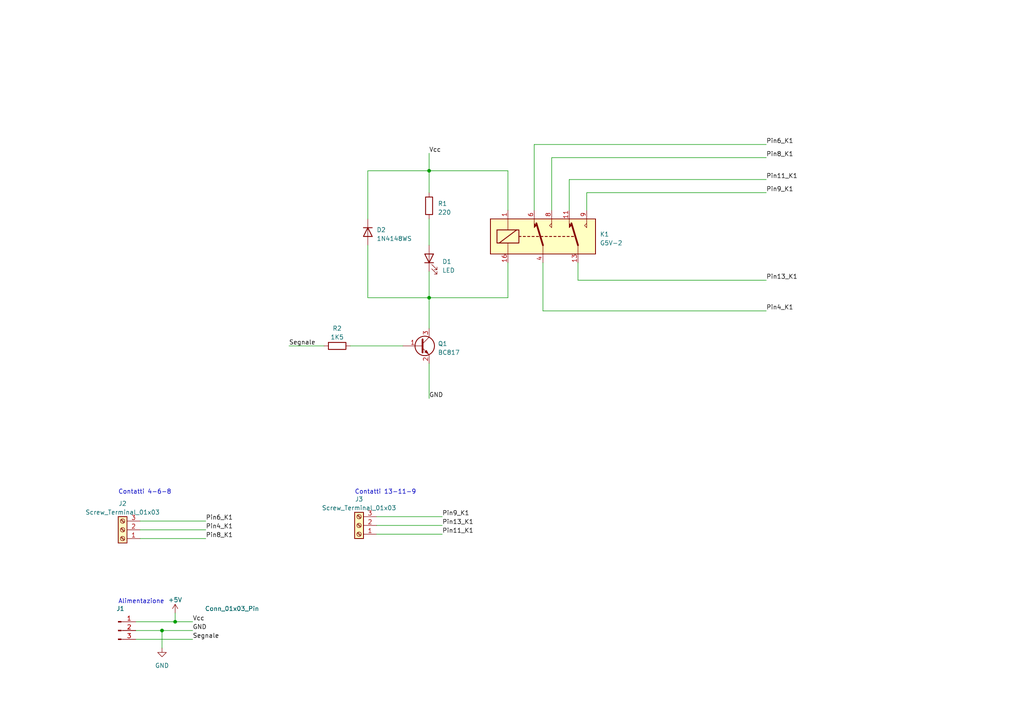
<source format=kicad_sch>
(kicad_sch (version 20230121) (generator eeschema)

  (uuid 865a8c24-c093-43b2-b260-742ee76c2879)

  (paper "A4")

  (title_block
    (title "Interfaccia smd")
    (rev "1.0")
  )

  (lib_symbols
    (symbol "Connector:Conn_01x03_Pin" (pin_names (offset 1.016) hide) (in_bom yes) (on_board yes)
      (property "Reference" "J" (at 0 5.08 0)
        (effects (font (size 1.27 1.27)))
      )
      (property "Value" "Conn_01x03_Pin" (at 0 -5.08 0)
        (effects (font (size 1.27 1.27)))
      )
      (property "Footprint" "" (at 0 0 0)
        (effects (font (size 1.27 1.27)) hide)
      )
      (property "Datasheet" "~" (at 0 0 0)
        (effects (font (size 1.27 1.27)) hide)
      )
      (property "ki_locked" "" (at 0 0 0)
        (effects (font (size 1.27 1.27)))
      )
      (property "ki_keywords" "connector" (at 0 0 0)
        (effects (font (size 1.27 1.27)) hide)
      )
      (property "ki_description" "Generic connector, single row, 01x03, script generated" (at 0 0 0)
        (effects (font (size 1.27 1.27)) hide)
      )
      (property "ki_fp_filters" "Connector*:*_1x??_*" (at 0 0 0)
        (effects (font (size 1.27 1.27)) hide)
      )
      (symbol "Conn_01x03_Pin_1_1"
        (polyline
          (pts
            (xy 1.27 -2.54)
            (xy 0.8636 -2.54)
          )
          (stroke (width 0.1524) (type default))
          (fill (type none))
        )
        (polyline
          (pts
            (xy 1.27 0)
            (xy 0.8636 0)
          )
          (stroke (width 0.1524) (type default))
          (fill (type none))
        )
        (polyline
          (pts
            (xy 1.27 2.54)
            (xy 0.8636 2.54)
          )
          (stroke (width 0.1524) (type default))
          (fill (type none))
        )
        (rectangle (start 0.8636 -2.413) (end 0 -2.667)
          (stroke (width 0.1524) (type default))
          (fill (type outline))
        )
        (rectangle (start 0.8636 0.127) (end 0 -0.127)
          (stroke (width 0.1524) (type default))
          (fill (type outline))
        )
        (rectangle (start 0.8636 2.667) (end 0 2.413)
          (stroke (width 0.1524) (type default))
          (fill (type outline))
        )
        (pin passive line (at 5.08 2.54 180) (length 3.81)
          (name "Pin_1" (effects (font (size 1.27 1.27))))
          (number "1" (effects (font (size 1.27 1.27))))
        )
        (pin passive line (at 5.08 0 180) (length 3.81)
          (name "Pin_2" (effects (font (size 1.27 1.27))))
          (number "2" (effects (font (size 1.27 1.27))))
        )
        (pin passive line (at 5.08 -2.54 180) (length 3.81)
          (name "Pin_3" (effects (font (size 1.27 1.27))))
          (number "3" (effects (font (size 1.27 1.27))))
        )
      )
    )
    (symbol "Connector:Screw_Terminal_01x03" (pin_names (offset 1.016) hide) (in_bom yes) (on_board yes)
      (property "Reference" "J" (at 0 5.08 0)
        (effects (font (size 1.27 1.27)))
      )
      (property "Value" "Screw_Terminal_01x03" (at 0 -5.08 0)
        (effects (font (size 1.27 1.27)))
      )
      (property "Footprint" "" (at 0 0 0)
        (effects (font (size 1.27 1.27)) hide)
      )
      (property "Datasheet" "~" (at 0 0 0)
        (effects (font (size 1.27 1.27)) hide)
      )
      (property "ki_keywords" "screw terminal" (at 0 0 0)
        (effects (font (size 1.27 1.27)) hide)
      )
      (property "ki_description" "Generic screw terminal, single row, 01x03, script generated (kicad-library-utils/schlib/autogen/connector/)" (at 0 0 0)
        (effects (font (size 1.27 1.27)) hide)
      )
      (property "ki_fp_filters" "TerminalBlock*:*" (at 0 0 0)
        (effects (font (size 1.27 1.27)) hide)
      )
      (symbol "Screw_Terminal_01x03_1_1"
        (rectangle (start -1.27 3.81) (end 1.27 -3.81)
          (stroke (width 0.254) (type default))
          (fill (type background))
        )
        (circle (center 0 -2.54) (radius 0.635)
          (stroke (width 0.1524) (type default))
          (fill (type none))
        )
        (polyline
          (pts
            (xy -0.5334 -2.2098)
            (xy 0.3302 -3.048)
          )
          (stroke (width 0.1524) (type default))
          (fill (type none))
        )
        (polyline
          (pts
            (xy -0.5334 0.3302)
            (xy 0.3302 -0.508)
          )
          (stroke (width 0.1524) (type default))
          (fill (type none))
        )
        (polyline
          (pts
            (xy -0.5334 2.8702)
            (xy 0.3302 2.032)
          )
          (stroke (width 0.1524) (type default))
          (fill (type none))
        )
        (polyline
          (pts
            (xy -0.3556 -2.032)
            (xy 0.508 -2.8702)
          )
          (stroke (width 0.1524) (type default))
          (fill (type none))
        )
        (polyline
          (pts
            (xy -0.3556 0.508)
            (xy 0.508 -0.3302)
          )
          (stroke (width 0.1524) (type default))
          (fill (type none))
        )
        (polyline
          (pts
            (xy -0.3556 3.048)
            (xy 0.508 2.2098)
          )
          (stroke (width 0.1524) (type default))
          (fill (type none))
        )
        (circle (center 0 0) (radius 0.635)
          (stroke (width 0.1524) (type default))
          (fill (type none))
        )
        (circle (center 0 2.54) (radius 0.635)
          (stroke (width 0.1524) (type default))
          (fill (type none))
        )
        (pin passive line (at -5.08 2.54 0) (length 3.81)
          (name "Pin_1" (effects (font (size 1.27 1.27))))
          (number "1" (effects (font (size 1.27 1.27))))
        )
        (pin passive line (at -5.08 0 0) (length 3.81)
          (name "Pin_2" (effects (font (size 1.27 1.27))))
          (number "2" (effects (font (size 1.27 1.27))))
        )
        (pin passive line (at -5.08 -2.54 0) (length 3.81)
          (name "Pin_3" (effects (font (size 1.27 1.27))))
          (number "3" (effects (font (size 1.27 1.27))))
        )
      )
    )
    (symbol "Device:LED" (pin_numbers hide) (pin_names (offset 1.016) hide) (in_bom yes) (on_board yes)
      (property "Reference" "D" (at 0 2.54 0)
        (effects (font (size 1.27 1.27)))
      )
      (property "Value" "LED" (at 0 -2.54 0)
        (effects (font (size 1.27 1.27)))
      )
      (property "Footprint" "" (at 0 0 0)
        (effects (font (size 1.27 1.27)) hide)
      )
      (property "Datasheet" "~" (at 0 0 0)
        (effects (font (size 1.27 1.27)) hide)
      )
      (property "ki_keywords" "LED diode" (at 0 0 0)
        (effects (font (size 1.27 1.27)) hide)
      )
      (property "ki_description" "Light emitting diode" (at 0 0 0)
        (effects (font (size 1.27 1.27)) hide)
      )
      (property "ki_fp_filters" "LED* LED_SMD:* LED_THT:*" (at 0 0 0)
        (effects (font (size 1.27 1.27)) hide)
      )
      (symbol "LED_0_1"
        (polyline
          (pts
            (xy -1.27 -1.27)
            (xy -1.27 1.27)
          )
          (stroke (width 0.254) (type default))
          (fill (type none))
        )
        (polyline
          (pts
            (xy -1.27 0)
            (xy 1.27 0)
          )
          (stroke (width 0) (type default))
          (fill (type none))
        )
        (polyline
          (pts
            (xy 1.27 -1.27)
            (xy 1.27 1.27)
            (xy -1.27 0)
            (xy 1.27 -1.27)
          )
          (stroke (width 0.254) (type default))
          (fill (type none))
        )
        (polyline
          (pts
            (xy -3.048 -0.762)
            (xy -4.572 -2.286)
            (xy -3.81 -2.286)
            (xy -4.572 -2.286)
            (xy -4.572 -1.524)
          )
          (stroke (width 0) (type default))
          (fill (type none))
        )
        (polyline
          (pts
            (xy -1.778 -0.762)
            (xy -3.302 -2.286)
            (xy -2.54 -2.286)
            (xy -3.302 -2.286)
            (xy -3.302 -1.524)
          )
          (stroke (width 0) (type default))
          (fill (type none))
        )
      )
      (symbol "LED_1_1"
        (pin passive line (at -3.81 0 0) (length 2.54)
          (name "K" (effects (font (size 1.27 1.27))))
          (number "1" (effects (font (size 1.27 1.27))))
        )
        (pin passive line (at 3.81 0 180) (length 2.54)
          (name "A" (effects (font (size 1.27 1.27))))
          (number "2" (effects (font (size 1.27 1.27))))
        )
      )
    )
    (symbol "Device:R" (pin_numbers hide) (pin_names (offset 0)) (in_bom yes) (on_board yes)
      (property "Reference" "R" (at 2.032 0 90)
        (effects (font (size 1.27 1.27)))
      )
      (property "Value" "R" (at 0 0 90)
        (effects (font (size 1.27 1.27)))
      )
      (property "Footprint" "" (at -1.778 0 90)
        (effects (font (size 1.27 1.27)) hide)
      )
      (property "Datasheet" "~" (at 0 0 0)
        (effects (font (size 1.27 1.27)) hide)
      )
      (property "ki_keywords" "R res resistor" (at 0 0 0)
        (effects (font (size 1.27 1.27)) hide)
      )
      (property "ki_description" "Resistor" (at 0 0 0)
        (effects (font (size 1.27 1.27)) hide)
      )
      (property "ki_fp_filters" "R_*" (at 0 0 0)
        (effects (font (size 1.27 1.27)) hide)
      )
      (symbol "R_0_1"
        (rectangle (start -1.016 -2.54) (end 1.016 2.54)
          (stroke (width 0.254) (type default))
          (fill (type none))
        )
      )
      (symbol "R_1_1"
        (pin passive line (at 0 3.81 270) (length 1.27)
          (name "~" (effects (font (size 1.27 1.27))))
          (number "1" (effects (font (size 1.27 1.27))))
        )
        (pin passive line (at 0 -3.81 90) (length 1.27)
          (name "~" (effects (font (size 1.27 1.27))))
          (number "2" (effects (font (size 1.27 1.27))))
        )
      )
    )
    (symbol "Diode:1N4148WS" (pin_numbers hide) (pin_names hide) (in_bom yes) (on_board yes)
      (property "Reference" "D" (at 0 2.54 0)
        (effects (font (size 1.27 1.27)))
      )
      (property "Value" "1N4148WS" (at 0 -2.54 0)
        (effects (font (size 1.27 1.27)))
      )
      (property "Footprint" "Diode_SMD:D_SOD-323" (at 0 -4.445 0)
        (effects (font (size 1.27 1.27)) hide)
      )
      (property "Datasheet" "https://www.vishay.com/docs/85751/1n4148ws.pdf" (at 0 0 0)
        (effects (font (size 1.27 1.27)) hide)
      )
      (property "Sim.Device" "D" (at 0 0 0)
        (effects (font (size 1.27 1.27)) hide)
      )
      (property "Sim.Pins" "1=K 2=A" (at 0 0 0)
        (effects (font (size 1.27 1.27)) hide)
      )
      (property "ki_keywords" "diode" (at 0 0 0)
        (effects (font (size 1.27 1.27)) hide)
      )
      (property "ki_description" "75V 0.15A Fast switching Diode, SOD-323" (at 0 0 0)
        (effects (font (size 1.27 1.27)) hide)
      )
      (property "ki_fp_filters" "D*SOD?323*" (at 0 0 0)
        (effects (font (size 1.27 1.27)) hide)
      )
      (symbol "1N4148WS_0_1"
        (polyline
          (pts
            (xy -1.27 1.27)
            (xy -1.27 -1.27)
          )
          (stroke (width 0.254) (type default))
          (fill (type none))
        )
        (polyline
          (pts
            (xy 1.27 0)
            (xy -1.27 0)
          )
          (stroke (width 0) (type default))
          (fill (type none))
        )
        (polyline
          (pts
            (xy 1.27 1.27)
            (xy 1.27 -1.27)
            (xy -1.27 0)
            (xy 1.27 1.27)
          )
          (stroke (width 0.254) (type default))
          (fill (type none))
        )
      )
      (symbol "1N4148WS_1_1"
        (pin passive line (at -3.81 0 0) (length 2.54)
          (name "K" (effects (font (size 1.27 1.27))))
          (number "1" (effects (font (size 1.27 1.27))))
        )
        (pin passive line (at 3.81 0 180) (length 2.54)
          (name "A" (effects (font (size 1.27 1.27))))
          (number "2" (effects (font (size 1.27 1.27))))
        )
      )
    )
    (symbol "Relay:G5V-2" (in_bom yes) (on_board yes)
      (property "Reference" "K" (at 16.51 3.81 0)
        (effects (font (size 1.27 1.27)) (justify left))
      )
      (property "Value" "G5V-2" (at 16.51 1.27 0)
        (effects (font (size 1.27 1.27)) (justify left))
      )
      (property "Footprint" "Relay_THT:Relay_DPDT_Omron_G5V-2" (at 16.51 -1.27 0)
        (effects (font (size 1.27 1.27)) (justify left) hide)
      )
      (property "Datasheet" "http://omronfs.omron.com/en_US/ecb/products/pdf/en-g5v_2.pdf" (at 0 0 0)
        (effects (font (size 1.27 1.27)) hide)
      )
      (property "ki_keywords" "Miniature Relay Dual Pole DPDT Omron" (at 0 0 0)
        (effects (font (size 1.27 1.27)) hide)
      )
      (property "ki_description" "Relay Miniature Omron DPDT" (at 0 0 0)
        (effects (font (size 1.27 1.27)) hide)
      )
      (property "ki_fp_filters" "Relay*DPDT*Omron*G5V*" (at 0 0 0)
        (effects (font (size 1.27 1.27)) hide)
      )
      (symbol "G5V-2_0_1"
        (rectangle (start -15.24 5.08) (end 15.24 -5.08)
          (stroke (width 0.254) (type default))
          (fill (type background))
        )
        (rectangle (start -13.335 1.905) (end -6.985 -1.905)
          (stroke (width 0.254) (type default))
          (fill (type none))
        )
        (polyline
          (pts
            (xy -12.7 -1.905)
            (xy -7.62 1.905)
          )
          (stroke (width 0.254) (type default))
          (fill (type none))
        )
        (polyline
          (pts
            (xy -10.16 -5.08)
            (xy -10.16 -1.905)
          )
          (stroke (width 0) (type default))
          (fill (type none))
        )
        (polyline
          (pts
            (xy -10.16 5.08)
            (xy -10.16 1.905)
          )
          (stroke (width 0) (type default))
          (fill (type none))
        )
        (polyline
          (pts
            (xy -6.985 0)
            (xy -6.35 0)
          )
          (stroke (width 0.254) (type default))
          (fill (type none))
        )
        (polyline
          (pts
            (xy -5.715 0)
            (xy -5.08 0)
          )
          (stroke (width 0.254) (type default))
          (fill (type none))
        )
        (polyline
          (pts
            (xy -4.445 0)
            (xy -3.81 0)
          )
          (stroke (width 0.254) (type default))
          (fill (type none))
        )
        (polyline
          (pts
            (xy -3.175 0)
            (xy -2.54 0)
          )
          (stroke (width 0.254) (type default))
          (fill (type none))
        )
        (polyline
          (pts
            (xy -1.905 0)
            (xy -1.27 0)
          )
          (stroke (width 0.254) (type default))
          (fill (type none))
        )
        (polyline
          (pts
            (xy -0.635 0)
            (xy 0 0)
          )
          (stroke (width 0.254) (type default))
          (fill (type none))
        )
        (polyline
          (pts
            (xy 0 -2.54)
            (xy -1.905 3.81)
          )
          (stroke (width 0.508) (type default))
          (fill (type none))
        )
        (polyline
          (pts
            (xy 0 -2.54)
            (xy 0 -5.08)
          )
          (stroke (width 0) (type default))
          (fill (type none))
        )
        (polyline
          (pts
            (xy 0.635 0)
            (xy 1.27 0)
          )
          (stroke (width 0.254) (type default))
          (fill (type none))
        )
        (polyline
          (pts
            (xy 1.905 0)
            (xy 2.54 0)
          )
          (stroke (width 0.254) (type default))
          (fill (type none))
        )
        (polyline
          (pts
            (xy 3.175 0)
            (xy 3.81 0)
          )
          (stroke (width 0.254) (type default))
          (fill (type none))
        )
        (polyline
          (pts
            (xy 4.445 0)
            (xy 5.08 0)
          )
          (stroke (width 0.254) (type default))
          (fill (type none))
        )
        (polyline
          (pts
            (xy 5.715 0)
            (xy 6.35 0)
          )
          (stroke (width 0.254) (type default))
          (fill (type none))
        )
        (polyline
          (pts
            (xy 6.985 0)
            (xy 7.62 0)
          )
          (stroke (width 0.254) (type default))
          (fill (type none))
        )
        (polyline
          (pts
            (xy 8.255 0)
            (xy 8.89 0)
          )
          (stroke (width 0.254) (type default))
          (fill (type none))
        )
        (polyline
          (pts
            (xy 10.16 -2.54)
            (xy 8.255 3.81)
          )
          (stroke (width 0.508) (type default))
          (fill (type none))
        )
        (polyline
          (pts
            (xy 10.16 -2.54)
            (xy 10.16 -5.08)
          )
          (stroke (width 0) (type default))
          (fill (type none))
        )
        (polyline
          (pts
            (xy -2.54 5.08)
            (xy -2.54 2.54)
            (xy -1.905 3.175)
            (xy -2.54 3.81)
          )
          (stroke (width 0) (type default))
          (fill (type outline))
        )
        (polyline
          (pts
            (xy 2.54 5.08)
            (xy 2.54 2.54)
            (xy 1.905 3.175)
            (xy 2.54 3.81)
          )
          (stroke (width 0) (type default))
          (fill (type none))
        )
        (polyline
          (pts
            (xy 7.62 5.08)
            (xy 7.62 2.54)
            (xy 8.255 3.175)
            (xy 7.62 3.81)
          )
          (stroke (width 0) (type default))
          (fill (type outline))
        )
        (polyline
          (pts
            (xy 12.7 5.08)
            (xy 12.7 2.54)
            (xy 12.065 3.175)
            (xy 12.7 3.81)
          )
          (stroke (width 0) (type default))
          (fill (type none))
        )
      )
      (symbol "G5V-2_1_1"
        (pin passive line (at -10.16 7.62 270) (length 2.54)
          (name "~" (effects (font (size 1.27 1.27))))
          (number "1" (effects (font (size 1.27 1.27))))
        )
        (pin passive line (at 7.62 7.62 270) (length 2.54)
          (name "~" (effects (font (size 1.27 1.27))))
          (number "11" (effects (font (size 1.27 1.27))))
        )
        (pin passive line (at 10.16 -7.62 90) (length 2.54)
          (name "~" (effects (font (size 1.27 1.27))))
          (number "13" (effects (font (size 1.27 1.27))))
        )
        (pin passive line (at -10.16 -7.62 90) (length 2.54)
          (name "~" (effects (font (size 1.27 1.27))))
          (number "16" (effects (font (size 1.27 1.27))))
        )
        (pin passive line (at 0 -7.62 90) (length 2.54)
          (name "~" (effects (font (size 1.27 1.27))))
          (number "4" (effects (font (size 1.27 1.27))))
        )
        (pin passive line (at -2.54 7.62 270) (length 2.54)
          (name "~" (effects (font (size 1.27 1.27))))
          (number "6" (effects (font (size 1.27 1.27))))
        )
        (pin passive line (at 2.54 7.62 270) (length 2.54)
          (name "~" (effects (font (size 1.27 1.27))))
          (number "8" (effects (font (size 1.27 1.27))))
        )
        (pin passive line (at 12.7 7.62 270) (length 2.54)
          (name "~" (effects (font (size 1.27 1.27))))
          (number "9" (effects (font (size 1.27 1.27))))
        )
      )
    )
    (symbol "Transistor_BJT:BC817" (pin_names (offset 0) hide) (in_bom yes) (on_board yes)
      (property "Reference" "Q" (at 5.08 1.905 0)
        (effects (font (size 1.27 1.27)) (justify left))
      )
      (property "Value" "BC817" (at 5.08 0 0)
        (effects (font (size 1.27 1.27)) (justify left))
      )
      (property "Footprint" "Package_TO_SOT_SMD:SOT-23" (at 5.08 -1.905 0)
        (effects (font (size 1.27 1.27) italic) (justify left) hide)
      )
      (property "Datasheet" "https://www.onsemi.com/pub/Collateral/BC818-D.pdf" (at 0 0 0)
        (effects (font (size 1.27 1.27)) (justify left) hide)
      )
      (property "ki_keywords" "NPN Transistor" (at 0 0 0)
        (effects (font (size 1.27 1.27)) hide)
      )
      (property "ki_description" "0.8A Ic, 45V Vce, NPN Transistor, SOT-23" (at 0 0 0)
        (effects (font (size 1.27 1.27)) hide)
      )
      (property "ki_fp_filters" "SOT?23*" (at 0 0 0)
        (effects (font (size 1.27 1.27)) hide)
      )
      (symbol "BC817_0_1"
        (polyline
          (pts
            (xy 0.635 0.635)
            (xy 2.54 2.54)
          )
          (stroke (width 0) (type default))
          (fill (type none))
        )
        (polyline
          (pts
            (xy 0.635 -0.635)
            (xy 2.54 -2.54)
            (xy 2.54 -2.54)
          )
          (stroke (width 0) (type default))
          (fill (type none))
        )
        (polyline
          (pts
            (xy 0.635 1.905)
            (xy 0.635 -1.905)
            (xy 0.635 -1.905)
          )
          (stroke (width 0.508) (type default))
          (fill (type none))
        )
        (polyline
          (pts
            (xy 1.27 -1.778)
            (xy 1.778 -1.27)
            (xy 2.286 -2.286)
            (xy 1.27 -1.778)
            (xy 1.27 -1.778)
          )
          (stroke (width 0) (type default))
          (fill (type outline))
        )
        (circle (center 1.27 0) (radius 2.8194)
          (stroke (width 0.254) (type default))
          (fill (type none))
        )
      )
      (symbol "BC817_1_1"
        (pin input line (at -5.08 0 0) (length 5.715)
          (name "B" (effects (font (size 1.27 1.27))))
          (number "1" (effects (font (size 1.27 1.27))))
        )
        (pin passive line (at 2.54 -5.08 90) (length 2.54)
          (name "E" (effects (font (size 1.27 1.27))))
          (number "2" (effects (font (size 1.27 1.27))))
        )
        (pin passive line (at 2.54 5.08 270) (length 2.54)
          (name "C" (effects (font (size 1.27 1.27))))
          (number "3" (effects (font (size 1.27 1.27))))
        )
      )
    )
    (symbol "power:+5V" (power) (pin_names (offset 0)) (in_bom yes) (on_board yes)
      (property "Reference" "#PWR" (at 0 -3.81 0)
        (effects (font (size 1.27 1.27)) hide)
      )
      (property "Value" "+5V" (at 0 3.556 0)
        (effects (font (size 1.27 1.27)))
      )
      (property "Footprint" "" (at 0 0 0)
        (effects (font (size 1.27 1.27)) hide)
      )
      (property "Datasheet" "" (at 0 0 0)
        (effects (font (size 1.27 1.27)) hide)
      )
      (property "ki_keywords" "global power" (at 0 0 0)
        (effects (font (size 1.27 1.27)) hide)
      )
      (property "ki_description" "Power symbol creates a global label with name \"+5V\"" (at 0 0 0)
        (effects (font (size 1.27 1.27)) hide)
      )
      (symbol "+5V_0_1"
        (polyline
          (pts
            (xy -0.762 1.27)
            (xy 0 2.54)
          )
          (stroke (width 0) (type default))
          (fill (type none))
        )
        (polyline
          (pts
            (xy 0 0)
            (xy 0 2.54)
          )
          (stroke (width 0) (type default))
          (fill (type none))
        )
        (polyline
          (pts
            (xy 0 2.54)
            (xy 0.762 1.27)
          )
          (stroke (width 0) (type default))
          (fill (type none))
        )
      )
      (symbol "+5V_1_1"
        (pin power_in line (at 0 0 90) (length 0) hide
          (name "+5V" (effects (font (size 1.27 1.27))))
          (number "1" (effects (font (size 1.27 1.27))))
        )
      )
    )
    (symbol "power:GND" (power) (pin_names (offset 0)) (in_bom yes) (on_board yes)
      (property "Reference" "#PWR" (at 0 -6.35 0)
        (effects (font (size 1.27 1.27)) hide)
      )
      (property "Value" "GND" (at 0 -3.81 0)
        (effects (font (size 1.27 1.27)))
      )
      (property "Footprint" "" (at 0 0 0)
        (effects (font (size 1.27 1.27)) hide)
      )
      (property "Datasheet" "" (at 0 0 0)
        (effects (font (size 1.27 1.27)) hide)
      )
      (property "ki_keywords" "global power" (at 0 0 0)
        (effects (font (size 1.27 1.27)) hide)
      )
      (property "ki_description" "Power symbol creates a global label with name \"GND\" , ground" (at 0 0 0)
        (effects (font (size 1.27 1.27)) hide)
      )
      (symbol "GND_0_1"
        (polyline
          (pts
            (xy 0 0)
            (xy 0 -1.27)
            (xy 1.27 -1.27)
            (xy 0 -2.54)
            (xy -1.27 -1.27)
            (xy 0 -1.27)
          )
          (stroke (width 0) (type default))
          (fill (type none))
        )
      )
      (symbol "GND_1_1"
        (pin power_in line (at 0 0 270) (length 0) hide
          (name "GND" (effects (font (size 1.27 1.27))))
          (number "1" (effects (font (size 1.27 1.27))))
        )
      )
    )
  )


  (junction (at 124.46 86.36) (diameter 0) (color 0 0 0 0)
    (uuid 77db5b46-a60b-487e-99eb-d911081a26d9)
  )
  (junction (at 124.46 49.53) (diameter 0) (color 0 0 0 0)
    (uuid 88f0018a-760f-47ae-871d-a523f9a6fbf4)
  )
  (junction (at 50.8 180.34) (diameter 0) (color 0 0 0 0)
    (uuid a56d6029-508d-4d3f-bc27-7cee47d50f55)
  )
  (junction (at 46.99 182.88) (diameter 0) (color 0 0 0 0)
    (uuid d8854737-dd71-493e-bd44-dcceac935af4)
  )

  (wire (pts (xy 154.94 60.96) (xy 154.94 41.91))
    (stroke (width 0) (type default))
    (uuid 050cf60a-2638-41b8-8199-557fe5e54cd7)
  )
  (wire (pts (xy 39.37 185.42) (xy 55.88 185.42))
    (stroke (width 0) (type default))
    (uuid 05a312fb-65f8-4cc8-ac2c-e7a1e93ef034)
  )
  (wire (pts (xy 124.46 63.5) (xy 124.46 71.12))
    (stroke (width 0) (type default))
    (uuid 05aceaae-eeea-4e7a-bc2a-567f5752c38a)
  )
  (wire (pts (xy 124.46 78.74) (xy 124.46 86.36))
    (stroke (width 0) (type default))
    (uuid 08c7d0b7-f6cc-4500-8ba7-c7d1e380f711)
  )
  (wire (pts (xy 40.64 156.21) (xy 59.69 156.21))
    (stroke (width 0) (type default))
    (uuid 0ca9926b-cee6-4499-89ef-d3ddc1f889c1)
  )
  (wire (pts (xy 147.32 49.53) (xy 124.46 49.53))
    (stroke (width 0) (type default))
    (uuid 297b8507-ee1c-4992-ab36-18c5437e1dae)
  )
  (wire (pts (xy 101.6 100.33) (xy 116.84 100.33))
    (stroke (width 0) (type default))
    (uuid 30428ce4-8582-4c0f-ba0e-0365886f6dd0)
  )
  (wire (pts (xy 109.22 154.94) (xy 128.27 154.94))
    (stroke (width 0) (type default))
    (uuid 323d5ebb-d7d8-4498-a0a5-4eb5d2719b18)
  )
  (wire (pts (xy 167.64 76.2) (xy 167.64 81.28))
    (stroke (width 0) (type default))
    (uuid 32b6bff8-c6b9-4f6e-b630-20deff87022d)
  )
  (wire (pts (xy 106.68 63.5) (xy 106.68 49.53))
    (stroke (width 0) (type default))
    (uuid 33a98b9e-1c0e-4ebd-a571-3fea386f27af)
  )
  (wire (pts (xy 124.46 86.36) (xy 124.46 95.25))
    (stroke (width 0) (type default))
    (uuid 40a42913-e332-4c28-b258-9ca99fa4e4cf)
  )
  (wire (pts (xy 157.48 76.2) (xy 157.48 90.17))
    (stroke (width 0) (type default))
    (uuid 50e49fe2-aa9f-4d05-a266-9aeafe777508)
  )
  (wire (pts (xy 40.64 153.67) (xy 59.69 153.67))
    (stroke (width 0) (type default))
    (uuid 602c2c46-b47b-4d78-95cb-7847fc56fa6c)
  )
  (wire (pts (xy 46.99 182.88) (xy 55.88 182.88))
    (stroke (width 0) (type default))
    (uuid 61acaff2-dbe4-4876-8dc4-97a9eb702c7d)
  )
  (wire (pts (xy 160.02 60.96) (xy 160.02 45.72))
    (stroke (width 0) (type default))
    (uuid 6848a874-6d4e-4f17-988e-a937955bf14d)
  )
  (wire (pts (xy 165.1 60.96) (xy 165.1 52.07))
    (stroke (width 0) (type default))
    (uuid 68959e1c-b14d-4363-9bef-dd6ec18cbb04)
  )
  (wire (pts (xy 83.82 100.33) (xy 93.98 100.33))
    (stroke (width 0) (type default))
    (uuid 68d4045d-6b5d-4fcd-b100-3bfa56feb344)
  )
  (wire (pts (xy 106.68 49.53) (xy 124.46 49.53))
    (stroke (width 0) (type default))
    (uuid 6edf9adb-c25d-4265-8bf6-14f092a3a4f3)
  )
  (wire (pts (xy 170.18 60.96) (xy 170.18 55.88))
    (stroke (width 0) (type default))
    (uuid 7a0c9763-2a99-41bb-bdfe-ffb114b47234)
  )
  (wire (pts (xy 170.18 55.88) (xy 222.25 55.88))
    (stroke (width 0) (type default))
    (uuid 845537c6-2674-46e2-835a-fad1a9b010f9)
  )
  (wire (pts (xy 106.68 71.12) (xy 106.68 86.36))
    (stroke (width 0) (type default))
    (uuid 89e79d0c-a291-4028-bde1-321e7bea1ac2)
  )
  (wire (pts (xy 124.46 105.41) (xy 124.46 115.57))
    (stroke (width 0) (type default))
    (uuid 8a8df350-2c05-4e60-90e7-b4c4ba8b2593)
  )
  (wire (pts (xy 154.94 41.91) (xy 222.25 41.91))
    (stroke (width 0) (type default))
    (uuid 977da327-2e4f-43db-a151-f31b4ccfb387)
  )
  (wire (pts (xy 39.37 182.88) (xy 46.99 182.88))
    (stroke (width 0) (type default))
    (uuid 995c78ab-7bbc-40b6-8952-022989dc97e5)
  )
  (wire (pts (xy 157.48 90.17) (xy 222.25 90.17))
    (stroke (width 0) (type default))
    (uuid 9bea12c6-cb50-41e0-8e35-209b5ac58730)
  )
  (wire (pts (xy 160.02 45.72) (xy 222.25 45.72))
    (stroke (width 0) (type default))
    (uuid a89f8e51-0831-4f34-a1c1-17a566a24577)
  )
  (wire (pts (xy 40.64 151.13) (xy 59.69 151.13))
    (stroke (width 0) (type default))
    (uuid afffd1b4-c1dd-460f-a0b1-70483c09e9c3)
  )
  (wire (pts (xy 147.32 76.2) (xy 147.32 86.36))
    (stroke (width 0) (type default))
    (uuid b19480f2-d066-4e88-9f22-1b00e3894605)
  )
  (wire (pts (xy 50.8 177.8) (xy 50.8 180.34))
    (stroke (width 0) (type default))
    (uuid b2c52bf9-84e7-4657-a44e-94d3a845aeeb)
  )
  (wire (pts (xy 109.22 152.4) (xy 128.27 152.4))
    (stroke (width 0) (type default))
    (uuid b7a76338-9cb9-489c-8e7a-e7b373303fda)
  )
  (wire (pts (xy 147.32 60.96) (xy 147.32 49.53))
    (stroke (width 0) (type default))
    (uuid bdfef988-e123-4062-9ad3-b0a1a5f36064)
  )
  (wire (pts (xy 124.46 49.53) (xy 124.46 55.88))
    (stroke (width 0) (type default))
    (uuid c1b26d4b-1468-4d14-ac51-a36665a71bea)
  )
  (wire (pts (xy 109.22 149.86) (xy 128.27 149.86))
    (stroke (width 0) (type default))
    (uuid c76f47f4-62f9-4e53-a952-41b1489204a5)
  )
  (wire (pts (xy 124.46 44.45) (xy 124.46 49.53))
    (stroke (width 0) (type default))
    (uuid cce7c738-124a-41ed-b3ee-dd681d1c0efa)
  )
  (wire (pts (xy 106.68 86.36) (xy 124.46 86.36))
    (stroke (width 0) (type default))
    (uuid d13f5dc8-1dbd-4a0d-9163-3b4759c6707c)
  )
  (wire (pts (xy 39.37 180.34) (xy 50.8 180.34))
    (stroke (width 0) (type default))
    (uuid da3ef076-8ec9-4190-9886-0ba8f6a21bbe)
  )
  (wire (pts (xy 147.32 86.36) (xy 124.46 86.36))
    (stroke (width 0) (type default))
    (uuid dd2f49bd-d237-4c7c-8432-218a56e3c7fd)
  )
  (wire (pts (xy 167.64 81.28) (xy 222.25 81.28))
    (stroke (width 0) (type default))
    (uuid e14d1ab2-4355-44b1-b1a2-88fe746d5fb6)
  )
  (wire (pts (xy 50.8 180.34) (xy 55.88 180.34))
    (stroke (width 0) (type default))
    (uuid f2512c73-4a38-4cdd-a559-4ced9fa17a51)
  )
  (wire (pts (xy 46.99 182.88) (xy 46.99 187.96))
    (stroke (width 0) (type default))
    (uuid fa294a44-585b-4f7c-997f-efb28a96fdbb)
  )
  (wire (pts (xy 165.1 52.07) (xy 222.25 52.07))
    (stroke (width 0) (type default))
    (uuid fc3ad7d9-410f-4122-bdc5-c1192d3cbb42)
  )

  (text "Contatti 13-11-9\n" (at 102.87 143.51 0)
    (effects (font (size 1.27 1.27)) (justify left bottom))
    (uuid 14e3e0fc-861d-42fc-9944-ac10001ad9c1)
  )
  (text "Contatti 4-6-8\n" (at 34.29 143.51 0)
    (effects (font (size 1.27 1.27)) (justify left bottom))
    (uuid a20d77eb-f1bc-4456-b597-348d2bfcad4b)
  )
  (text "Alimentazione" (at 34.29 175.26 0)
    (effects (font (size 1.27 1.27)) (justify left bottom))
    (uuid a90ad0e5-e83b-429e-bbfd-8cd388537a1c)
  )

  (label "Segnale" (at 83.82 100.33 0) (fields_autoplaced)
    (effects (font (size 1.27 1.27)) (justify left bottom))
    (uuid 014c7847-1a36-4510-9c78-d06ce9e605ce)
  )
  (label "Pin11_K1" (at 128.27 154.94 0) (fields_autoplaced)
    (effects (font (size 1.27 1.27)) (justify left bottom))
    (uuid 0d2bdd41-1c6b-47ca-a388-2dbe05b95e86)
  )
  (label "Pin6_K1" (at 59.69 151.13 0) (fields_autoplaced)
    (effects (font (size 1.27 1.27)) (justify left bottom))
    (uuid 323312e4-dcd5-4efa-a32a-bbd623604fd4)
  )
  (label "Pin4_K1" (at 222.25 90.17 0) (fields_autoplaced)
    (effects (font (size 1.27 1.27)) (justify left bottom))
    (uuid 341056c3-c225-49e9-8929-0e7996df2618)
  )
  (label "Pin11_K1" (at 222.25 52.07 0) (fields_autoplaced)
    (effects (font (size 1.27 1.27)) (justify left bottom))
    (uuid 3f8f0ea5-948c-4eb2-b3c5-c86f39fc0c50)
  )
  (label "Pin6_K1" (at 222.25 41.91 0) (fields_autoplaced)
    (effects (font (size 1.27 1.27)) (justify left bottom))
    (uuid 4e095cdd-12d9-4f38-b707-6a0e8ad17cc1)
  )
  (label "Pin8_K1" (at 59.69 156.21 0) (fields_autoplaced)
    (effects (font (size 1.27 1.27)) (justify left bottom))
    (uuid 6266a1d7-f15c-4480-9cce-cf3e5506d889)
  )
  (label "Pin9_K1" (at 128.27 149.86 0) (fields_autoplaced)
    (effects (font (size 1.27 1.27)) (justify left bottom))
    (uuid 682e15dd-f2de-4427-a4bb-b59f72386edd)
  )
  (label "GND" (at 55.88 182.88 0) (fields_autoplaced)
    (effects (font (size 1.27 1.27)) (justify left bottom))
    (uuid 82cd2c60-38ef-467d-9717-8b5117f92141)
  )
  (label "Pin13_K1" (at 128.27 152.4 0) (fields_autoplaced)
    (effects (font (size 1.27 1.27)) (justify left bottom))
    (uuid 87feee6e-e70c-46ea-9258-bb6fbf9609b8)
  )
  (label "GND" (at 124.46 115.57 0) (fields_autoplaced)
    (effects (font (size 1.27 1.27)) (justify left bottom))
    (uuid a323c270-2e51-450f-9bf2-d8e351d75575)
  )
  (label "Pin4_K1" (at 59.69 153.67 0) (fields_autoplaced)
    (effects (font (size 1.27 1.27)) (justify left bottom))
    (uuid aaf9f667-3c11-4c72-9e3e-3584882f2d52)
  )
  (label "Pin8_K1" (at 222.25 45.72 0) (fields_autoplaced)
    (effects (font (size 1.27 1.27)) (justify left bottom))
    (uuid b01c5e78-35f3-4695-b7f0-18d2d41e2f4b)
  )
  (label "Segnale" (at 55.88 185.42 0) (fields_autoplaced)
    (effects (font (size 1.27 1.27)) (justify left bottom))
    (uuid c1e3871b-9806-4f11-a8e3-dc6fb46ee6af)
  )
  (label "Vcc" (at 55.88 180.34 0) (fields_autoplaced)
    (effects (font (size 1.27 1.27)) (justify left bottom))
    (uuid cb2f6115-4b5f-4425-b197-3b758e32e265)
  )
  (label "Pin9_K1" (at 222.25 55.88 0) (fields_autoplaced)
    (effects (font (size 1.27 1.27)) (justify left bottom))
    (uuid cd3e3f11-19f6-4eaa-9942-a358400f94aa)
  )
  (label "Vcc" (at 124.46 44.45 0) (fields_autoplaced)
    (effects (font (size 1.27 1.27)) (justify left bottom))
    (uuid ce25390f-dc84-46a8-b4c2-f137c74c45a6)
  )
  (label "Pin13_K1" (at 222.25 81.28 0) (fields_autoplaced)
    (effects (font (size 1.27 1.27)) (justify left bottom))
    (uuid d613af85-f9c7-4614-8f2d-62472ceed86f)
  )

  (symbol (lib_id "Device:R") (at 124.46 59.69 0) (unit 1)
    (in_bom yes) (on_board yes) (dnp no) (fields_autoplaced)
    (uuid 053a41f2-f29e-43a7-bc7d-c1a4ef89d1ec)
    (property "Reference" "R1" (at 127 59.055 0)
      (effects (font (size 1.27 1.27)) (justify left))
    )
    (property "Value" "220" (at 127 61.595 0)
      (effects (font (size 1.27 1.27)) (justify left))
    )
    (property "Footprint" "Resistor_SMD:R_1206_3216Metric" (at 122.682 59.69 90)
      (effects (font (size 1.27 1.27)) hide)
    )
    (property "Datasheet" "~" (at 124.46 59.69 0)
      (effects (font (size 1.27 1.27)) hide)
    )
    (pin "1" (uuid 5cb7001e-9fa1-459a-a893-3d3cc972544d))
    (pin "2" (uuid 73c4d4c0-3bbf-42ce-921a-3a1764476d3d))
    (instances
      (project "interfaccia smd"
        (path "/865a8c24-c093-43b2-b260-742ee76c2879"
          (reference "R1") (unit 1)
        )
      )
    )
  )

  (symbol (lib_id "Connector:Screw_Terminal_01x03") (at 104.14 152.4 180) (unit 1)
    (in_bom yes) (on_board yes) (dnp no) (fields_autoplaced)
    (uuid 5aca8a3e-15c3-4bce-bba9-211cb5ce2856)
    (property "Reference" "J3" (at 104.14 144.78 0)
      (effects (font (size 1.27 1.27)))
    )
    (property "Value" "Screw_Terminal_01x03" (at 104.14 147.32 0)
      (effects (font (size 1.27 1.27)))
    )
    (property "Footprint" "TerminalBlock_Phoenix:TerminalBlock_Phoenix_PT-1,5-3-5.0-H_1x03_P5.00mm_Horizontal" (at 104.14 152.4 0)
      (effects (font (size 1.27 1.27)) hide)
    )
    (property "Datasheet" "~" (at 104.14 152.4 0)
      (effects (font (size 1.27 1.27)) hide)
    )
    (pin "1" (uuid c139141a-8bfd-43b9-8386-58c9087dff00))
    (pin "2" (uuid 8fe043d9-c76e-4794-8c32-9f27a108d88e))
    (pin "3" (uuid a2c0f9b3-cc62-4164-816d-ad33efa176ca))
    (instances
      (project "interfaccia smd"
        (path "/865a8c24-c093-43b2-b260-742ee76c2879"
          (reference "J3") (unit 1)
        )
      )
    )
  )

  (symbol (lib_id "power:+5V") (at 50.8 177.8 0) (unit 1)
    (in_bom yes) (on_board yes) (dnp no) (fields_autoplaced)
    (uuid 698d5de9-e002-4b45-9a67-77c6c2d792ba)
    (property "Reference" "#PWR01" (at 50.8 181.61 0)
      (effects (font (size 1.27 1.27)) hide)
    )
    (property "Value" "+5V" (at 50.8 173.99 0)
      (effects (font (size 1.27 1.27)))
    )
    (property "Footprint" "" (at 50.8 177.8 0)
      (effects (font (size 1.27 1.27)) hide)
    )
    (property "Datasheet" "" (at 50.8 177.8 0)
      (effects (font (size 1.27 1.27)) hide)
    )
    (pin "1" (uuid 708ccd37-ee60-4668-9069-e2d67328dda0))
    (instances
      (project "interfaccia smd"
        (path "/865a8c24-c093-43b2-b260-742ee76c2879"
          (reference "#PWR01") (unit 1)
        )
      )
    )
  )

  (symbol (lib_id "power:GND") (at 46.99 187.96 0) (unit 1)
    (in_bom yes) (on_board yes) (dnp no) (fields_autoplaced)
    (uuid 7abc13f6-64b3-402d-977e-61187d04ea5f)
    (property "Reference" "#PWR02" (at 46.99 194.31 0)
      (effects (font (size 1.27 1.27)) hide)
    )
    (property "Value" "GND" (at 46.99 193.04 0)
      (effects (font (size 1.27 1.27)))
    )
    (property "Footprint" "" (at 46.99 187.96 0)
      (effects (font (size 1.27 1.27)) hide)
    )
    (property "Datasheet" "" (at 46.99 187.96 0)
      (effects (font (size 1.27 1.27)) hide)
    )
    (pin "1" (uuid 9604d939-cdaf-41ed-86a1-ec7ccbf235d9))
    (instances
      (project "interfaccia smd"
        (path "/865a8c24-c093-43b2-b260-742ee76c2879"
          (reference "#PWR02") (unit 1)
        )
      )
    )
  )

  (symbol (lib_id "Connector:Screw_Terminal_01x03") (at 35.56 153.67 180) (unit 1)
    (in_bom yes) (on_board yes) (dnp no) (fields_autoplaced)
    (uuid a67f126d-af23-49a2-b170-08c080b6f859)
    (property "Reference" "J2" (at 35.56 146.05 0)
      (effects (font (size 1.27 1.27)))
    )
    (property "Value" "Screw_Terminal_01x03" (at 35.56 148.59 0)
      (effects (font (size 1.27 1.27)))
    )
    (property "Footprint" "TerminalBlock_Phoenix:TerminalBlock_Phoenix_PT-1,5-3-5.0-H_1x03_P5.00mm_Horizontal" (at 35.56 153.67 0)
      (effects (font (size 1.27 1.27)) hide)
    )
    (property "Datasheet" "~" (at 35.56 153.67 0)
      (effects (font (size 1.27 1.27)) hide)
    )
    (pin "1" (uuid dccb9e8f-f500-4260-9987-ca718019f7c4))
    (pin "2" (uuid f860ebb2-ad3d-4422-98ea-373d3d223edb))
    (pin "3" (uuid 5298d4ba-81fd-4ac9-8f58-a2789947549e))
    (instances
      (project "interfaccia smd"
        (path "/865a8c24-c093-43b2-b260-742ee76c2879"
          (reference "J2") (unit 1)
        )
      )
    )
  )

  (symbol (lib_id "Relay:G5V-2") (at 157.48 68.58 0) (unit 1)
    (in_bom yes) (on_board yes) (dnp no) (fields_autoplaced)
    (uuid a87aee8b-1515-4892-9382-cfaf1631c2c3)
    (property "Reference" "K1" (at 173.99 67.945 0)
      (effects (font (size 1.27 1.27)) (justify left))
    )
    (property "Value" "G5V-2" (at 173.99 70.485 0)
      (effects (font (size 1.27 1.27)) (justify left))
    )
    (property "Footprint" "Relay_THT:Relay_DPDT_Omron_G5V-2" (at 173.99 69.85 0)
      (effects (font (size 1.27 1.27)) (justify left) hide)
    )
    (property "Datasheet" "http://omronfs.omron.com/en_US/ecb/products/pdf/en-g5v_2.pdf" (at 157.48 68.58 0)
      (effects (font (size 1.27 1.27)) hide)
    )
    (pin "1" (uuid 249a4d27-35e9-4dbe-ab4c-1ea45ac17c65))
    (pin "11" (uuid cb1335b2-4e4c-4b87-8804-cc12505fdaff))
    (pin "13" (uuid aaa85bfb-44b0-4354-913b-2e40bae4e98d))
    (pin "16" (uuid 4d93e063-244f-401e-8f9d-c22fe32aab29))
    (pin "4" (uuid 5def600a-f101-4c93-8304-5e25fda6d918))
    (pin "6" (uuid 7063e70c-5c53-47e8-881f-101c26cca5c7))
    (pin "8" (uuid 2fe8c624-71fd-4857-963b-bb2d29e9656d))
    (pin "9" (uuid 8b0272ef-3075-4ba8-b484-e335d8f67592))
    (instances
      (project "interfaccia smd"
        (path "/865a8c24-c093-43b2-b260-742ee76c2879"
          (reference "K1") (unit 1)
        )
      )
    )
  )

  (symbol (lib_id "Device:LED") (at 124.46 74.93 90) (unit 1)
    (in_bom yes) (on_board yes) (dnp no) (fields_autoplaced)
    (uuid af261d52-1743-4665-99b7-979eaa9d490e)
    (property "Reference" "D1" (at 128.27 75.8825 90)
      (effects (font (size 1.27 1.27)) (justify right))
    )
    (property "Value" "LED" (at 128.27 78.4225 90)
      (effects (font (size 1.27 1.27)) (justify right))
    )
    (property "Footprint" "LED_SMD:LED_1206_3216Metric" (at 124.46 74.93 0)
      (effects (font (size 1.27 1.27)) hide)
    )
    (property "Datasheet" "~" (at 124.46 74.93 0)
      (effects (font (size 1.27 1.27)) hide)
    )
    (pin "1" (uuid 7a4dbb3a-ee6c-4511-8616-a2db99db3aee))
    (pin "2" (uuid a8550cc8-f802-4fba-8d81-5d7d7858e73b))
    (instances
      (project "interfaccia smd"
        (path "/865a8c24-c093-43b2-b260-742ee76c2879"
          (reference "D1") (unit 1)
        )
      )
    )
  )

  (symbol (lib_id "Diode:1N4148WS") (at 106.68 67.31 270) (unit 1)
    (in_bom yes) (on_board yes) (dnp no) (fields_autoplaced)
    (uuid d3d579c4-297d-41e4-a85b-76858d2c71a9)
    (property "Reference" "D2" (at 109.22 66.675 90)
      (effects (font (size 1.27 1.27)) (justify left))
    )
    (property "Value" "1N4148WS" (at 109.22 69.215 90)
      (effects (font (size 1.27 1.27)) (justify left))
    )
    (property "Footprint" "Diode_SMD:D_SOD-323" (at 102.235 67.31 0)
      (effects (font (size 1.27 1.27)) hide)
    )
    (property "Datasheet" "https://www.vishay.com/docs/85751/1n4148ws.pdf" (at 106.68 67.31 0)
      (effects (font (size 1.27 1.27)) hide)
    )
    (property "Sim.Device" "D" (at 106.68 67.31 0)
      (effects (font (size 1.27 1.27)) hide)
    )
    (property "Sim.Pins" "1=K 2=A" (at 106.68 67.31 0)
      (effects (font (size 1.27 1.27)) hide)
    )
    (pin "1" (uuid e167e73b-cded-41a3-88be-a5b94b1e7937))
    (pin "2" (uuid 5d0b3f55-9a89-46f0-a22f-760eb4845075))
    (instances
      (project "interfaccia smd"
        (path "/865a8c24-c093-43b2-b260-742ee76c2879"
          (reference "D2") (unit 1)
        )
      )
    )
  )

  (symbol (lib_id "Device:R") (at 97.79 100.33 90) (unit 1)
    (in_bom yes) (on_board yes) (dnp no) (fields_autoplaced)
    (uuid e3c22132-81bc-4b83-a1ad-792de4570528)
    (property "Reference" "R2" (at 97.79 95.25 90)
      (effects (font (size 1.27 1.27)))
    )
    (property "Value" "1K5" (at 97.79 97.79 90)
      (effects (font (size 1.27 1.27)))
    )
    (property "Footprint" "Resistor_SMD:R_1206_3216Metric" (at 97.79 102.108 90)
      (effects (font (size 1.27 1.27)) hide)
    )
    (property "Datasheet" "~" (at 97.79 100.33 0)
      (effects (font (size 1.27 1.27)) hide)
    )
    (pin "1" (uuid 03a02db9-be00-44ec-9e06-85e1cd10a798))
    (pin "2" (uuid 80aa2207-ccc3-4752-bef1-720fb2bd3b39))
    (instances
      (project "interfaccia smd"
        (path "/865a8c24-c093-43b2-b260-742ee76c2879"
          (reference "R2") (unit 1)
        )
      )
    )
  )

  (symbol (lib_id "Connector:Conn_01x03_Pin") (at 34.29 182.88 0) (unit 1)
    (in_bom yes) (on_board yes) (dnp no)
    (uuid e78e1fc8-9577-40a3-8d0d-d86446fb1188)
    (property "Reference" "J1" (at 34.925 176.53 0)
      (effects (font (size 1.27 1.27)))
    )
    (property "Value" "Conn_01x03_Pin" (at 67.31 176.53 0)
      (effects (font (size 1.27 1.27)))
    )
    (property "Footprint" "Connector_PinHeader_2.54mm:PinHeader_1x03_P2.54mm_Vertical" (at 34.29 182.88 0)
      (effects (font (size 1.27 1.27)) hide)
    )
    (property "Datasheet" "~" (at 34.29 182.88 0)
      (effects (font (size 1.27 1.27)) hide)
    )
    (pin "1" (uuid 93217e84-2712-45d5-9ff1-f18a42df23dd))
    (pin "2" (uuid 28306e33-f3f8-4c3f-aed5-f6ab9a3fdae4))
    (pin "3" (uuid 817b19ff-c80c-43a7-a34d-635b951f630d))
    (instances
      (project "interfaccia smd"
        (path "/865a8c24-c093-43b2-b260-742ee76c2879"
          (reference "J1") (unit 1)
        )
      )
    )
  )

  (symbol (lib_id "Transistor_BJT:BC817") (at 121.92 100.33 0) (unit 1)
    (in_bom yes) (on_board yes) (dnp no) (fields_autoplaced)
    (uuid f6f4b7b5-bbbf-4d65-bd99-fbf9ee9afdd5)
    (property "Reference" "Q1" (at 127 99.695 0)
      (effects (font (size 1.27 1.27)) (justify left))
    )
    (property "Value" "BC817" (at 127 102.235 0)
      (effects (font (size 1.27 1.27)) (justify left))
    )
    (property "Footprint" "Package_TO_SOT_SMD:SOT-23" (at 127 102.235 0)
      (effects (font (size 1.27 1.27) italic) (justify left) hide)
    )
    (property "Datasheet" "https://www.onsemi.com/pub/Collateral/BC818-D.pdf" (at 121.92 100.33 0)
      (effects (font (size 1.27 1.27)) (justify left) hide)
    )
    (pin "1" (uuid 74d26a60-9cc7-4ae2-a2c4-87dfacecd5cd))
    (pin "2" (uuid b7d71c16-1137-4a8e-9e40-1fecf756ad32))
    (pin "3" (uuid 7362d1ba-852c-4e1a-b32a-9d0f2e72a222))
    (instances
      (project "interfaccia smd"
        (path "/865a8c24-c093-43b2-b260-742ee76c2879"
          (reference "Q1") (unit 1)
        )
      )
    )
  )

  (sheet_instances
    (path "/" (page "1"))
  )
)

</source>
